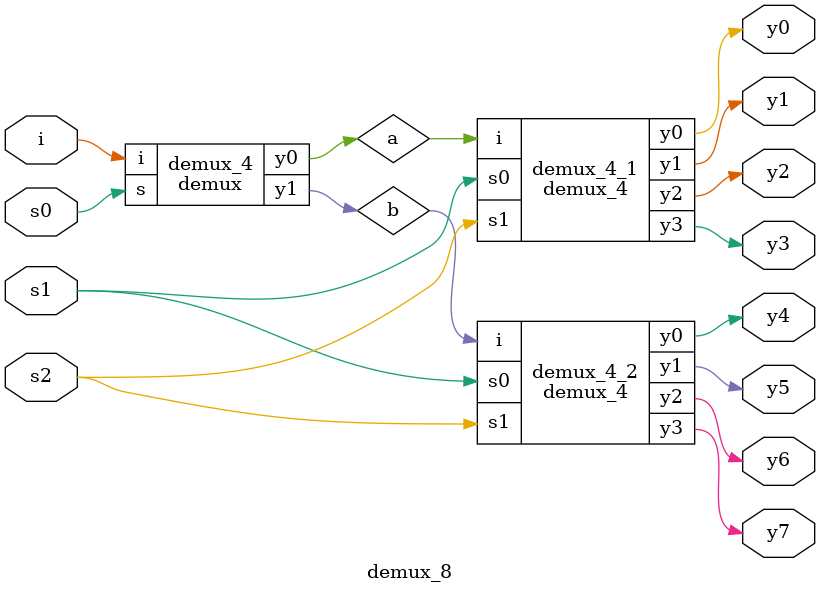
<source format=v>
module not_gate(y,a);
	output y;
	input a;

	//not (y,a)
	nand(y,a,a);
endmodule

module and_gate(y,a,b);
	output y;
	input a,b;
	wire x;
	nand(x,a,b);
	nand(y,x,x);
endmodule

module demux(y0,y1,s,i);
	input s,i;
	output y0,y1;
	wire sbar;
	not_gate not_gate_1(sbar,s);
	and_gate and_gate_1(y0,i,sbar);
	and_gate and_gate_2(y1,i,s);
endmodule

module demux_4(y0,y1,y2,y3,s0,s1,i);
	output y0,y1,y2,y3;
	input i,s0,s1;
	wire a,b;
	demux demux_1(a,b,s0,i);
	demux demux_2(d0,d1,s1,a);
	demux demux_3(d2,d3,s1,b);
endmodule	

module demux_8(y0,y1,y2,y3,y4,y5,y6,y7,s0,s1,s2,i);
	output y0,y1,y2,y3,y4,y5,y6,y7;
	input i,s0,s1,s2;
	wire a,b;
	//demux(y0,y1,s,i)
	demux demux_4(a,b,s0,i);
	//demux_4(y0,y1,y2,y3,y4,s1,i)
	demux_4 demux_4_1(y0,y1,y2,y3,s1,s2,a);
	demux_4 demux_4_2(y4,y5,y6,y7,s1,s2,b);
endmodule

</source>
